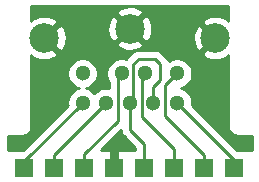
<source format=gtl>
G04 #@! TF.GenerationSoftware,KiCad,Pcbnew,(5.1.0)-1*
G04 #@! TF.CreationDate,2019-10-14T10:16:39-04:00*
G04 #@! TF.ProjectId,MiniDin8Adapter,4d696e69-4469-46e3-9841-646170746572,rev?*
G04 #@! TF.SameCoordinates,Original*
G04 #@! TF.FileFunction,Copper,L1,Top*
G04 #@! TF.FilePolarity,Positive*
%FSLAX46Y46*%
G04 Gerber Fmt 4.6, Leading zero omitted, Abs format (unit mm)*
G04 Created by KiCad (PCBNEW (5.1.0)-1) date 2019-10-14 10:16:39*
%MOMM*%
%LPD*%
G04 APERTURE LIST*
%ADD10C,2.500000*%
%ADD11C,1.300000*%
%ADD12R,1.650000X1.650000*%
%ADD13C,0.800000*%
%ADD14C,0.800000*%
%ADD15C,0.250000*%
%ADD16C,0.254000*%
G04 APERTURE END LIST*
D10*
X147000000Y-103600000D03*
X154250000Y-104400000D03*
X139750000Y-104400000D03*
D11*
X147000000Y-109900000D03*
X145000000Y-109900000D03*
X143000000Y-109900000D03*
X149000000Y-109900000D03*
X151000000Y-109900000D03*
X146300000Y-107400000D03*
X143000000Y-107400000D03*
X148300000Y-107400000D03*
X151000000Y-107400000D03*
D12*
X138080000Y-115400000D03*
X140620000Y-115400000D03*
X143160000Y-115400000D03*
X145700000Y-115400000D03*
X148240000Y-115400000D03*
X150780000Y-115400000D03*
X153320000Y-115400000D03*
X155860000Y-115400000D03*
D13*
X146150000Y-112850000D03*
D14*
X145700000Y-115400000D02*
X145700000Y-113300000D01*
X145700000Y-113300000D02*
X146150000Y-112850000D01*
D15*
X140620000Y-114280000D02*
X145000000Y-109900000D01*
X140620000Y-115400000D02*
X140620000Y-114280000D01*
X138080000Y-114820000D02*
X143000000Y-109900000D01*
X138080000Y-115400000D02*
X138080000Y-114820000D01*
X148240000Y-115400000D02*
X148240000Y-113390000D01*
X147000000Y-112150000D02*
X147000000Y-109900000D01*
X148240000Y-113390000D02*
X147000000Y-112150000D01*
X147000000Y-109900000D02*
X147310000Y-109590000D01*
X147310000Y-109590000D02*
X147310000Y-106590000D01*
X147310000Y-106590000D02*
X147760000Y-106140000D01*
X147760000Y-106140000D02*
X149110000Y-106140000D01*
X149110000Y-106140000D02*
X149570000Y-106600000D01*
X149570000Y-106600000D02*
X149570000Y-107950000D01*
X149000000Y-108520000D02*
X149000000Y-109900000D01*
X149570000Y-107950000D02*
X149000000Y-108520000D01*
X143160000Y-115400000D02*
X143160000Y-114240000D01*
X143160000Y-114240000D02*
X146000000Y-111400000D01*
X146000000Y-107700000D02*
X146300000Y-107400000D01*
X146000000Y-111400000D02*
X146000000Y-107700000D01*
X153320000Y-115400000D02*
X153320000Y-114320000D01*
X153320000Y-114320000D02*
X150000000Y-111000000D01*
X150000000Y-108400000D02*
X151000000Y-107400000D01*
X150000000Y-111000000D02*
X150000000Y-108400000D01*
X155860000Y-114760000D02*
X151000000Y-109900000D01*
X155860000Y-115400000D02*
X155860000Y-114760000D01*
X150780000Y-115400000D02*
X150780000Y-113830000D01*
X150780000Y-113830000D02*
X148000000Y-111050000D01*
X148000000Y-107700000D02*
X148300000Y-107400000D01*
X148000000Y-111050000D02*
X148000000Y-107700000D01*
D16*
G36*
X146250997Y-112298985D02*
G01*
X146272069Y-112368450D01*
X146294454Y-112442246D01*
X146365026Y-112574276D01*
X146396568Y-112612710D01*
X146459999Y-112690001D01*
X146489003Y-112713804D01*
X147480001Y-113704803D01*
X147480001Y-113873000D01*
X144601801Y-113873000D01*
X146244256Y-112230546D01*
X146250997Y-112298985D01*
X146250997Y-112298985D01*
G37*
X146250997Y-112298985D02*
X146272069Y-112368450D01*
X146294454Y-112442246D01*
X146365026Y-112574276D01*
X146396568Y-112612710D01*
X146459999Y-112690001D01*
X146489003Y-112713804D01*
X147480001Y-113704803D01*
X147480001Y-113873000D01*
X144601801Y-113873000D01*
X146244256Y-112230546D01*
X146250997Y-112298985D01*
G36*
X155340000Y-102985066D02*
G01*
X155258086Y-102796423D01*
X154925874Y-102630567D01*
X154567688Y-102532710D01*
X154197294Y-102506611D01*
X153828925Y-102553275D01*
X153476738Y-102670906D01*
X153241914Y-102796423D01*
X153116000Y-103086395D01*
X154250000Y-104220395D01*
X154264143Y-104206253D01*
X154443748Y-104385858D01*
X154429605Y-104400000D01*
X154443748Y-104414143D01*
X154264143Y-104593748D01*
X154250000Y-104579605D01*
X153116000Y-105713605D01*
X153241914Y-106003577D01*
X153574126Y-106169433D01*
X153932312Y-106267290D01*
X154302706Y-106293389D01*
X154671075Y-106246725D01*
X155023262Y-106129094D01*
X155258086Y-106003577D01*
X155340000Y-105814934D01*
X155340001Y-111967571D01*
X155336807Y-112000000D01*
X155349550Y-112129383D01*
X155387290Y-112253793D01*
X155448575Y-112368450D01*
X155531052Y-112468948D01*
X155631550Y-112551425D01*
X155746207Y-112612710D01*
X155870617Y-112650450D01*
X155967581Y-112660000D01*
X156000000Y-112663193D01*
X156032419Y-112660000D01*
X157340000Y-112660000D01*
X157340000Y-113873000D01*
X156047802Y-113873000D01*
X152271124Y-110096323D01*
X152285000Y-110026561D01*
X152285000Y-109773439D01*
X152235619Y-109525179D01*
X152138753Y-109291324D01*
X151998125Y-109080860D01*
X151819140Y-108901875D01*
X151608676Y-108761247D01*
X151374821Y-108664381D01*
X151302521Y-108650000D01*
X151374821Y-108635619D01*
X151608676Y-108538753D01*
X151819140Y-108398125D01*
X151998125Y-108219140D01*
X152138753Y-108008676D01*
X152235619Y-107774821D01*
X152285000Y-107526561D01*
X152285000Y-107273439D01*
X152235619Y-107025179D01*
X152138753Y-106791324D01*
X151998125Y-106580860D01*
X151819140Y-106401875D01*
X151608676Y-106261247D01*
X151374821Y-106164381D01*
X151126561Y-106115000D01*
X150873439Y-106115000D01*
X150625179Y-106164381D01*
X150391324Y-106261247D01*
X150283328Y-106333408D01*
X150275546Y-106307753D01*
X150204974Y-106175724D01*
X150110001Y-106059999D01*
X150080998Y-106036197D01*
X149673804Y-105629003D01*
X149650001Y-105599999D01*
X149534276Y-105505026D01*
X149402247Y-105434454D01*
X149258986Y-105390997D01*
X149147333Y-105380000D01*
X149147322Y-105380000D01*
X149110000Y-105376324D01*
X149072678Y-105380000D01*
X147797322Y-105380000D01*
X147759999Y-105376324D01*
X147722676Y-105380000D01*
X147722667Y-105380000D01*
X147611014Y-105390997D01*
X147467753Y-105434454D01*
X147335723Y-105505026D01*
X147300419Y-105534000D01*
X147219999Y-105599999D01*
X147196196Y-105629003D01*
X146798998Y-106026201D01*
X146770000Y-106049999D01*
X146746202Y-106078997D01*
X146746201Y-106078998D01*
X146675797Y-106164785D01*
X146674821Y-106164381D01*
X146426561Y-106115000D01*
X146173439Y-106115000D01*
X145925179Y-106164381D01*
X145691324Y-106261247D01*
X145480860Y-106401875D01*
X145301875Y-106580860D01*
X145161247Y-106791324D01*
X145064381Y-107025179D01*
X145015000Y-107273439D01*
X145015000Y-107526561D01*
X145064381Y-107774821D01*
X145161247Y-108008676D01*
X145240001Y-108126539D01*
X145240001Y-108637564D01*
X145126561Y-108615000D01*
X144873439Y-108615000D01*
X144625179Y-108664381D01*
X144391324Y-108761247D01*
X144180860Y-108901875D01*
X144001875Y-109080860D01*
X144000000Y-109083666D01*
X143998125Y-109080860D01*
X143819140Y-108901875D01*
X143608676Y-108761247D01*
X143374821Y-108664381D01*
X143302521Y-108650000D01*
X143374821Y-108635619D01*
X143608676Y-108538753D01*
X143819140Y-108398125D01*
X143998125Y-108219140D01*
X144138753Y-108008676D01*
X144235619Y-107774821D01*
X144285000Y-107526561D01*
X144285000Y-107273439D01*
X144235619Y-107025179D01*
X144138753Y-106791324D01*
X143998125Y-106580860D01*
X143819140Y-106401875D01*
X143608676Y-106261247D01*
X143374821Y-106164381D01*
X143126561Y-106115000D01*
X142873439Y-106115000D01*
X142625179Y-106164381D01*
X142391324Y-106261247D01*
X142180860Y-106401875D01*
X142001875Y-106580860D01*
X141861247Y-106791324D01*
X141764381Y-107025179D01*
X141715000Y-107273439D01*
X141715000Y-107526561D01*
X141764381Y-107774821D01*
X141861247Y-108008676D01*
X142001875Y-108219140D01*
X142180860Y-108398125D01*
X142391324Y-108538753D01*
X142625179Y-108635619D01*
X142697479Y-108650000D01*
X142625179Y-108664381D01*
X142391324Y-108761247D01*
X142180860Y-108901875D01*
X142001875Y-109080860D01*
X141861247Y-109291324D01*
X141764381Y-109525179D01*
X141715000Y-109773439D01*
X141715000Y-110026561D01*
X141728876Y-110096322D01*
X137952199Y-113873000D01*
X136660000Y-113873000D01*
X136660000Y-112660000D01*
X137967581Y-112660000D01*
X138000000Y-112663193D01*
X138032419Y-112660000D01*
X138129383Y-112650450D01*
X138253793Y-112612710D01*
X138368450Y-112551425D01*
X138468948Y-112468948D01*
X138551425Y-112368450D01*
X138612710Y-112253793D01*
X138650450Y-112129383D01*
X138663193Y-112000000D01*
X138660000Y-111967581D01*
X138660000Y-105814934D01*
X138741914Y-106003577D01*
X139074126Y-106169433D01*
X139432312Y-106267290D01*
X139802706Y-106293389D01*
X140171075Y-106246725D01*
X140523262Y-106129094D01*
X140758086Y-106003577D01*
X140884000Y-105713605D01*
X139750000Y-104579605D01*
X139735858Y-104593748D01*
X139556253Y-104414143D01*
X139570395Y-104400000D01*
X139929605Y-104400000D01*
X141063605Y-105534000D01*
X141353577Y-105408086D01*
X141519433Y-105075874D01*
X141563765Y-104913605D01*
X145866000Y-104913605D01*
X145991914Y-105203577D01*
X146324126Y-105369433D01*
X146682312Y-105467290D01*
X147052706Y-105493389D01*
X147421075Y-105446725D01*
X147773262Y-105329094D01*
X148008086Y-105203577D01*
X148134000Y-104913605D01*
X147000000Y-103779605D01*
X145866000Y-104913605D01*
X141563765Y-104913605D01*
X141617290Y-104717688D01*
X141643389Y-104347294D01*
X141596725Y-103978925D01*
X141487768Y-103652706D01*
X145106611Y-103652706D01*
X145153275Y-104021075D01*
X145270906Y-104373262D01*
X145396423Y-104608086D01*
X145686395Y-104734000D01*
X146820395Y-103600000D01*
X147179605Y-103600000D01*
X148313605Y-104734000D01*
X148603577Y-104608086D01*
X148681150Y-104452706D01*
X152356611Y-104452706D01*
X152403275Y-104821075D01*
X152520906Y-105173262D01*
X152646423Y-105408086D01*
X152936395Y-105534000D01*
X154070395Y-104400000D01*
X152936395Y-103266000D01*
X152646423Y-103391914D01*
X152480567Y-103724126D01*
X152382710Y-104082312D01*
X152356611Y-104452706D01*
X148681150Y-104452706D01*
X148769433Y-104275874D01*
X148867290Y-103917688D01*
X148893389Y-103547294D01*
X148846725Y-103178925D01*
X148729094Y-102826738D01*
X148603577Y-102591914D01*
X148313605Y-102466000D01*
X147179605Y-103600000D01*
X146820395Y-103600000D01*
X145686395Y-102466000D01*
X145396423Y-102591914D01*
X145230567Y-102924126D01*
X145132710Y-103282312D01*
X145106611Y-103652706D01*
X141487768Y-103652706D01*
X141479094Y-103626738D01*
X141353577Y-103391914D01*
X141063605Y-103266000D01*
X139929605Y-104400000D01*
X139570395Y-104400000D01*
X139556253Y-104385858D01*
X139735858Y-104206253D01*
X139750000Y-104220395D01*
X140884000Y-103086395D01*
X140758086Y-102796423D01*
X140425874Y-102630567D01*
X140067688Y-102532710D01*
X139697294Y-102506611D01*
X139328925Y-102553275D01*
X138976738Y-102670906D01*
X138741914Y-102796423D01*
X138660000Y-102985066D01*
X138660000Y-102286395D01*
X145866000Y-102286395D01*
X147000000Y-103420395D01*
X148134000Y-102286395D01*
X148008086Y-101996423D01*
X147675874Y-101830567D01*
X147317688Y-101732710D01*
X146947294Y-101706611D01*
X146578925Y-101753275D01*
X146226738Y-101870906D01*
X145991914Y-101996423D01*
X145866000Y-102286395D01*
X138660000Y-102286395D01*
X138660000Y-101660000D01*
X155340000Y-101660000D01*
X155340000Y-102985066D01*
X155340000Y-102985066D01*
G37*
X155340000Y-102985066D02*
X155258086Y-102796423D01*
X154925874Y-102630567D01*
X154567688Y-102532710D01*
X154197294Y-102506611D01*
X153828925Y-102553275D01*
X153476738Y-102670906D01*
X153241914Y-102796423D01*
X153116000Y-103086395D01*
X154250000Y-104220395D01*
X154264143Y-104206253D01*
X154443748Y-104385858D01*
X154429605Y-104400000D01*
X154443748Y-104414143D01*
X154264143Y-104593748D01*
X154250000Y-104579605D01*
X153116000Y-105713605D01*
X153241914Y-106003577D01*
X153574126Y-106169433D01*
X153932312Y-106267290D01*
X154302706Y-106293389D01*
X154671075Y-106246725D01*
X155023262Y-106129094D01*
X155258086Y-106003577D01*
X155340000Y-105814934D01*
X155340001Y-111967571D01*
X155336807Y-112000000D01*
X155349550Y-112129383D01*
X155387290Y-112253793D01*
X155448575Y-112368450D01*
X155531052Y-112468948D01*
X155631550Y-112551425D01*
X155746207Y-112612710D01*
X155870617Y-112650450D01*
X155967581Y-112660000D01*
X156000000Y-112663193D01*
X156032419Y-112660000D01*
X157340000Y-112660000D01*
X157340000Y-113873000D01*
X156047802Y-113873000D01*
X152271124Y-110096323D01*
X152285000Y-110026561D01*
X152285000Y-109773439D01*
X152235619Y-109525179D01*
X152138753Y-109291324D01*
X151998125Y-109080860D01*
X151819140Y-108901875D01*
X151608676Y-108761247D01*
X151374821Y-108664381D01*
X151302521Y-108650000D01*
X151374821Y-108635619D01*
X151608676Y-108538753D01*
X151819140Y-108398125D01*
X151998125Y-108219140D01*
X152138753Y-108008676D01*
X152235619Y-107774821D01*
X152285000Y-107526561D01*
X152285000Y-107273439D01*
X152235619Y-107025179D01*
X152138753Y-106791324D01*
X151998125Y-106580860D01*
X151819140Y-106401875D01*
X151608676Y-106261247D01*
X151374821Y-106164381D01*
X151126561Y-106115000D01*
X150873439Y-106115000D01*
X150625179Y-106164381D01*
X150391324Y-106261247D01*
X150283328Y-106333408D01*
X150275546Y-106307753D01*
X150204974Y-106175724D01*
X150110001Y-106059999D01*
X150080998Y-106036197D01*
X149673804Y-105629003D01*
X149650001Y-105599999D01*
X149534276Y-105505026D01*
X149402247Y-105434454D01*
X149258986Y-105390997D01*
X149147333Y-105380000D01*
X149147322Y-105380000D01*
X149110000Y-105376324D01*
X149072678Y-105380000D01*
X147797322Y-105380000D01*
X147759999Y-105376324D01*
X147722676Y-105380000D01*
X147722667Y-105380000D01*
X147611014Y-105390997D01*
X147467753Y-105434454D01*
X147335723Y-105505026D01*
X147300419Y-105534000D01*
X147219999Y-105599999D01*
X147196196Y-105629003D01*
X146798998Y-106026201D01*
X146770000Y-106049999D01*
X146746202Y-106078997D01*
X146746201Y-106078998D01*
X146675797Y-106164785D01*
X146674821Y-106164381D01*
X146426561Y-106115000D01*
X146173439Y-106115000D01*
X145925179Y-106164381D01*
X145691324Y-106261247D01*
X145480860Y-106401875D01*
X145301875Y-106580860D01*
X145161247Y-106791324D01*
X145064381Y-107025179D01*
X145015000Y-107273439D01*
X145015000Y-107526561D01*
X145064381Y-107774821D01*
X145161247Y-108008676D01*
X145240001Y-108126539D01*
X145240001Y-108637564D01*
X145126561Y-108615000D01*
X144873439Y-108615000D01*
X144625179Y-108664381D01*
X144391324Y-108761247D01*
X144180860Y-108901875D01*
X144001875Y-109080860D01*
X144000000Y-109083666D01*
X143998125Y-109080860D01*
X143819140Y-108901875D01*
X143608676Y-108761247D01*
X143374821Y-108664381D01*
X143302521Y-108650000D01*
X143374821Y-108635619D01*
X143608676Y-108538753D01*
X143819140Y-108398125D01*
X143998125Y-108219140D01*
X144138753Y-108008676D01*
X144235619Y-107774821D01*
X144285000Y-107526561D01*
X144285000Y-107273439D01*
X144235619Y-107025179D01*
X144138753Y-106791324D01*
X143998125Y-106580860D01*
X143819140Y-106401875D01*
X143608676Y-106261247D01*
X143374821Y-106164381D01*
X143126561Y-106115000D01*
X142873439Y-106115000D01*
X142625179Y-106164381D01*
X142391324Y-106261247D01*
X142180860Y-106401875D01*
X142001875Y-106580860D01*
X141861247Y-106791324D01*
X141764381Y-107025179D01*
X141715000Y-107273439D01*
X141715000Y-107526561D01*
X141764381Y-107774821D01*
X141861247Y-108008676D01*
X142001875Y-108219140D01*
X142180860Y-108398125D01*
X142391324Y-108538753D01*
X142625179Y-108635619D01*
X142697479Y-108650000D01*
X142625179Y-108664381D01*
X142391324Y-108761247D01*
X142180860Y-108901875D01*
X142001875Y-109080860D01*
X141861247Y-109291324D01*
X141764381Y-109525179D01*
X141715000Y-109773439D01*
X141715000Y-110026561D01*
X141728876Y-110096322D01*
X137952199Y-113873000D01*
X136660000Y-113873000D01*
X136660000Y-112660000D01*
X137967581Y-112660000D01*
X138000000Y-112663193D01*
X138032419Y-112660000D01*
X138129383Y-112650450D01*
X138253793Y-112612710D01*
X138368450Y-112551425D01*
X138468948Y-112468948D01*
X138551425Y-112368450D01*
X138612710Y-112253793D01*
X138650450Y-112129383D01*
X138663193Y-112000000D01*
X138660000Y-111967581D01*
X138660000Y-105814934D01*
X138741914Y-106003577D01*
X139074126Y-106169433D01*
X139432312Y-106267290D01*
X139802706Y-106293389D01*
X140171075Y-106246725D01*
X140523262Y-106129094D01*
X140758086Y-106003577D01*
X140884000Y-105713605D01*
X139750000Y-104579605D01*
X139735858Y-104593748D01*
X139556253Y-104414143D01*
X139570395Y-104400000D01*
X139929605Y-104400000D01*
X141063605Y-105534000D01*
X141353577Y-105408086D01*
X141519433Y-105075874D01*
X141563765Y-104913605D01*
X145866000Y-104913605D01*
X145991914Y-105203577D01*
X146324126Y-105369433D01*
X146682312Y-105467290D01*
X147052706Y-105493389D01*
X147421075Y-105446725D01*
X147773262Y-105329094D01*
X148008086Y-105203577D01*
X148134000Y-104913605D01*
X147000000Y-103779605D01*
X145866000Y-104913605D01*
X141563765Y-104913605D01*
X141617290Y-104717688D01*
X141643389Y-104347294D01*
X141596725Y-103978925D01*
X141487768Y-103652706D01*
X145106611Y-103652706D01*
X145153275Y-104021075D01*
X145270906Y-104373262D01*
X145396423Y-104608086D01*
X145686395Y-104734000D01*
X146820395Y-103600000D01*
X147179605Y-103600000D01*
X148313605Y-104734000D01*
X148603577Y-104608086D01*
X148681150Y-104452706D01*
X152356611Y-104452706D01*
X152403275Y-104821075D01*
X152520906Y-105173262D01*
X152646423Y-105408086D01*
X152936395Y-105534000D01*
X154070395Y-104400000D01*
X152936395Y-103266000D01*
X152646423Y-103391914D01*
X152480567Y-103724126D01*
X152382710Y-104082312D01*
X152356611Y-104452706D01*
X148681150Y-104452706D01*
X148769433Y-104275874D01*
X148867290Y-103917688D01*
X148893389Y-103547294D01*
X148846725Y-103178925D01*
X148729094Y-102826738D01*
X148603577Y-102591914D01*
X148313605Y-102466000D01*
X147179605Y-103600000D01*
X146820395Y-103600000D01*
X145686395Y-102466000D01*
X145396423Y-102591914D01*
X145230567Y-102924126D01*
X145132710Y-103282312D01*
X145106611Y-103652706D01*
X141487768Y-103652706D01*
X141479094Y-103626738D01*
X141353577Y-103391914D01*
X141063605Y-103266000D01*
X139929605Y-104400000D01*
X139570395Y-104400000D01*
X139556253Y-104385858D01*
X139735858Y-104206253D01*
X139750000Y-104220395D01*
X140884000Y-103086395D01*
X140758086Y-102796423D01*
X140425874Y-102630567D01*
X140067688Y-102532710D01*
X139697294Y-102506611D01*
X139328925Y-102553275D01*
X138976738Y-102670906D01*
X138741914Y-102796423D01*
X138660000Y-102985066D01*
X138660000Y-102286395D01*
X145866000Y-102286395D01*
X147000000Y-103420395D01*
X148134000Y-102286395D01*
X148008086Y-101996423D01*
X147675874Y-101830567D01*
X147317688Y-101732710D01*
X146947294Y-101706611D01*
X146578925Y-101753275D01*
X146226738Y-101870906D01*
X145991914Y-101996423D01*
X145866000Y-102286395D01*
X138660000Y-102286395D01*
X138660000Y-101660000D01*
X155340000Y-101660000D01*
X155340000Y-102985066D01*
M02*

</source>
